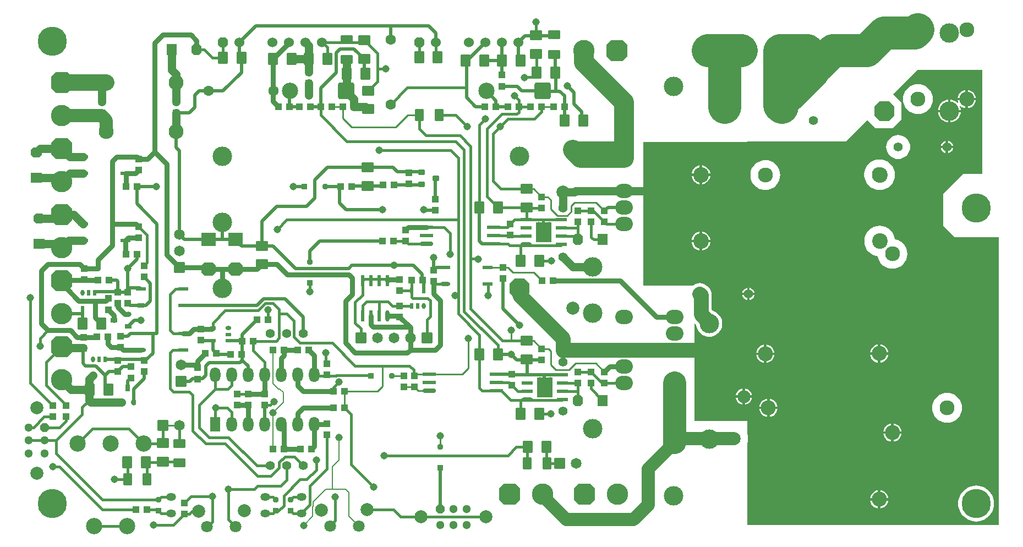
<source format=gbr>
%TF.GenerationSoftware,Altium Limited,Altium Designer,21.3.2 (30)*%
G04 Layer_Physical_Order=2*
G04 Layer_Color=16711680*
%FSLAX26Y26*%
%MOIN*%
%TF.SameCoordinates,53465ED1-0DC7-484A-8DCD-68ECABD516C6*%
%TF.FilePolarity,Positive*%
%TF.FileFunction,Copper,L2,Bot,Signal*%
%TF.Part,Single*%
G01*
G75*
%TA.AperFunction,Conductor*%
%ADD11C,0.010000*%
%ADD12C,0.050000*%
%ADD13C,0.020000*%
%ADD14C,0.080000*%
%ADD15C,0.015000*%
%ADD16C,0.120000*%
%ADD18C,0.200000*%
%ADD19C,0.030000*%
%TA.AperFunction,ComponentPad*%
G04:AMPARAMS|DCode=21|XSize=51.181mil|YSize=51.181mil|CornerRadius=0mil|HoleSize=0mil|Usage=FLASHONLY|Rotation=0.000|XOffset=0mil|YOffset=0mil|HoleType=Round|Shape=Octagon|*
%AMOCTAGOND21*
4,1,8,0.025591,-0.012795,0.025591,0.012795,0.012795,0.025591,-0.012795,0.025591,-0.025591,0.012795,-0.025591,-0.012795,-0.012795,-0.025591,0.012795,-0.025591,0.025591,-0.012795,0.0*
%
%ADD21OCTAGOND21*%

%ADD22C,0.051181*%
%ADD23C,0.078740*%
G04:AMPARAMS|DCode=24|XSize=51.181mil|YSize=51.181mil|CornerRadius=0mil|HoleSize=0mil|Usage=FLASHONLY|Rotation=270.000|XOffset=0mil|YOffset=0mil|HoleType=Round|Shape=Octagon|*
%AMOCTAGOND24*
4,1,8,-0.012795,-0.025591,0.012795,-0.025591,0.025591,-0.012795,0.025591,0.012795,0.012795,0.025591,-0.012795,0.025591,-0.025591,0.012795,-0.025591,-0.012795,-0.012795,-0.025591,0.0*
%
%ADD24OCTAGOND24*%

%ADD25C,0.055118*%
%ADD26C,0.118110*%
%ADD27C,0.129921*%
G04:AMPARAMS|DCode=28|XSize=129.921mil|YSize=129.921mil|CornerRadius=0mil|HoleSize=0mil|Usage=FLASHONLY|Rotation=0.000|XOffset=0mil|YOffset=0mil|HoleType=Round|Shape=Octagon|*
%AMOCTAGOND28*
4,1,8,0.064961,-0.032480,0.064961,0.032480,0.032480,0.064961,-0.032480,0.064961,-0.064961,0.032480,-0.064961,-0.032480,-0.032480,-0.064961,0.032480,-0.064961,0.064961,-0.032480,0.0*
%
%ADD28OCTAGOND28*%

%ADD29O,0.106299X0.088189*%
%ADD30C,0.090551*%
%ADD31C,0.070866*%
%ADD32C,0.060000*%
G04:AMPARAMS|DCode=33|XSize=60mil|YSize=60mil|CornerRadius=0mil|HoleSize=0mil|Usage=FLASHONLY|Rotation=0.000|XOffset=0mil|YOffset=0mil|HoleType=Round|Shape=Octagon|*
%AMOCTAGOND33*
4,1,8,0.030000,-0.015000,0.030000,0.015000,0.015000,0.030000,-0.015000,0.030000,-0.030000,0.015000,-0.030000,-0.015000,-0.015000,-0.030000,0.015000,-0.030000,0.030000,-0.015000,0.0*
%
%ADD33OCTAGOND33*%

%ADD34C,0.065000*%
G04:AMPARAMS|DCode=35|XSize=65mil|YSize=65mil|CornerRadius=3.25mil|HoleSize=0mil|Usage=FLASHONLY|Rotation=180.000|XOffset=0mil|YOffset=0mil|HoleType=Round|Shape=RoundedRectangle|*
%AMROUNDEDRECTD35*
21,1,0.065000,0.058500,0,0,180.0*
21,1,0.058500,0.065000,0,0,180.0*
1,1,0.006500,-0.029250,0.029250*
1,1,0.006500,0.029250,0.029250*
1,1,0.006500,0.029250,-0.029250*
1,1,0.006500,-0.029250,-0.029250*
%
%ADD35ROUNDEDRECTD35*%
G04:AMPARAMS|DCode=36|XSize=118.11mil|YSize=118.11mil|CornerRadius=0mil|HoleSize=0mil|Usage=FLASHONLY|Rotation=270.000|XOffset=0mil|YOffset=0mil|HoleType=Round|Shape=Octagon|*
%AMOCTAGOND36*
4,1,8,-0.029527,-0.059055,0.029527,-0.059055,0.059055,-0.029528,0.059055,0.029528,0.029527,0.059055,-0.029527,0.059055,-0.059055,0.029528,-0.059055,-0.029528,-0.029527,-0.059055,0.0*
%
%ADD36OCTAGOND36*%

G04:AMPARAMS|DCode=37|XSize=65mil|YSize=65mil|CornerRadius=3.25mil|HoleSize=0mil|Usage=FLASHONLY|Rotation=90.000|XOffset=0mil|YOffset=0mil|HoleType=Round|Shape=RoundedRectangle|*
%AMROUNDEDRECTD37*
21,1,0.065000,0.058500,0,0,90.0*
21,1,0.058500,0.065000,0,0,90.0*
1,1,0.006500,0.029250,0.029250*
1,1,0.006500,0.029250,-0.029250*
1,1,0.006500,-0.029250,-0.029250*
1,1,0.006500,-0.029250,0.029250*
%
%ADD37ROUNDEDRECTD37*%
%ADD38C,0.098425*%
G04:AMPARAMS|DCode=39|XSize=98.425mil|YSize=98.425mil|CornerRadius=9.842mil|HoleSize=0mil|Usage=FLASHONLY|Rotation=0.000|XOffset=0mil|YOffset=0mil|HoleType=Round|Shape=RoundedRectangle|*
%AMROUNDEDRECTD39*
21,1,0.098425,0.078740,0,0,0.0*
21,1,0.078740,0.098425,0,0,0.0*
1,1,0.019685,0.039370,-0.039370*
1,1,0.019685,-0.039370,-0.039370*
1,1,0.019685,-0.039370,0.039370*
1,1,0.019685,0.039370,0.039370*
%
%ADD39ROUNDEDRECTD39*%
%ADD40C,0.062992*%
G04:AMPARAMS|DCode=41|XSize=118.11mil|YSize=118.11mil|CornerRadius=0mil|HoleSize=0mil|Usage=FLASHONLY|Rotation=180.000|XOffset=0mil|YOffset=0mil|HoleType=Round|Shape=Octagon|*
%AMOCTAGOND41*
4,1,8,-0.059055,0.029527,-0.059055,-0.029527,-0.029528,-0.059055,0.029528,-0.059055,0.059055,-0.029527,0.059055,0.029527,0.029528,0.059055,-0.029528,0.059055,-0.059055,0.029527,0.0*
%
%ADD41OCTAGOND41*%

G04:AMPARAMS|DCode=42|XSize=129.921mil|YSize=129.921mil|CornerRadius=0mil|HoleSize=0mil|Usage=FLASHONLY|Rotation=270.000|XOffset=0mil|YOffset=0mil|HoleType=Round|Shape=Octagon|*
%AMOCTAGOND42*
4,1,8,-0.032480,-0.064961,0.032480,-0.064961,0.064961,-0.032480,0.064961,0.032480,0.032480,0.064961,-0.032480,0.064961,-0.064961,0.032480,-0.064961,-0.032480,-0.032480,-0.064961,0.0*
%
%ADD42OCTAGOND42*%

%ADD43C,0.094488*%
%ADD44O,0.059055X0.047244*%
%ADD45O,0.064000X0.090000*%
%ADD46R,0.064000X0.090000*%
%TA.AperFunction,WasherPad*%
%ADD47C,0.177165*%
%TA.AperFunction,ViaPad*%
%ADD48C,0.118110*%
%ADD49C,0.045000*%
%ADD50C,0.025984*%
%TA.AperFunction,SMDPad,CuDef*%
G04:AMPARAMS|DCode=51|XSize=40mil|YSize=40mil|CornerRadius=3mil|HoleSize=0mil|Usage=FLASHONLY|Rotation=0.000|XOffset=0mil|YOffset=0mil|HoleType=Round|Shape=RoundedRectangle|*
%AMROUNDEDRECTD51*
21,1,0.040000,0.034000,0,0,0.0*
21,1,0.034000,0.040000,0,0,0.0*
1,1,0.006000,0.017000,-0.017000*
1,1,0.006000,-0.017000,-0.017000*
1,1,0.006000,-0.017000,0.017000*
1,1,0.006000,0.017000,0.017000*
%
%ADD51ROUNDEDRECTD51*%
G04:AMPARAMS|DCode=52|XSize=35.433mil|YSize=35.433mil|CornerRadius=0mil|HoleSize=0mil|Usage=FLASHONLY|Rotation=0.000|XOffset=0mil|YOffset=0mil|HoleType=Round|Shape=Octagon|*
%AMOCTAGOND52*
4,1,8,0.017717,-0.008858,0.017717,0.008858,0.008858,0.017717,-0.008858,0.017717,-0.017717,0.008858,-0.017717,-0.008858,-0.008858,-0.017717,0.008858,-0.017717,0.017717,-0.008858,0.0*
%
%ADD52OCTAGOND52*%

%ADD53R,0.035433X0.035433*%
G04:AMPARAMS|DCode=54|XSize=31.496mil|YSize=39.37mil|CornerRadius=4.724mil|HoleSize=0mil|Usage=FLASHONLY|Rotation=270.000|XOffset=0mil|YOffset=0mil|HoleType=Round|Shape=RoundedRectangle|*
%AMROUNDEDRECTD54*
21,1,0.031496,0.029921,0,0,270.0*
21,1,0.022047,0.039370,0,0,270.0*
1,1,0.009449,-0.014961,-0.011024*
1,1,0.009449,-0.014961,0.011024*
1,1,0.009449,0.014961,0.011024*
1,1,0.009449,0.014961,-0.011024*
%
%ADD54ROUNDEDRECTD54*%
%ADD55O,0.062992X0.023622*%
%ADD56R,0.062992X0.023622*%
G04:AMPARAMS|DCode=57|XSize=40mil|YSize=40mil|CornerRadius=3mil|HoleSize=0mil|Usage=FLASHONLY|Rotation=270.000|XOffset=0mil|YOffset=0mil|HoleType=Round|Shape=RoundedRectangle|*
%AMROUNDEDRECTD57*
21,1,0.040000,0.034000,0,0,270.0*
21,1,0.034000,0.040000,0,0,270.0*
1,1,0.006000,-0.017000,-0.017000*
1,1,0.006000,-0.017000,0.017000*
1,1,0.006000,0.017000,0.017000*
1,1,0.006000,0.017000,-0.017000*
%
%ADD57ROUNDEDRECTD57*%
G04:AMPARAMS|DCode=58|XSize=63mil|YSize=71mil|CornerRadius=4.725mil|HoleSize=0mil|Usage=FLASHONLY|Rotation=90.000|XOffset=0mil|YOffset=0mil|HoleType=Round|Shape=RoundedRectangle|*
%AMROUNDEDRECTD58*
21,1,0.063000,0.061550,0,0,90.0*
21,1,0.053550,0.071000,0,0,90.0*
1,1,0.009450,0.030775,0.026775*
1,1,0.009450,0.030775,-0.026775*
1,1,0.009450,-0.030775,-0.026775*
1,1,0.009450,-0.030775,0.026775*
%
%ADD58ROUNDEDRECTD58*%
%ADD59R,0.035433X0.035433*%
G04:AMPARAMS|DCode=60|XSize=35.433mil|YSize=35.433mil|CornerRadius=0mil|HoleSize=0mil|Usage=FLASHONLY|Rotation=270.000|XOffset=0mil|YOffset=0mil|HoleType=Round|Shape=Octagon|*
%AMOCTAGOND60*
4,1,8,-0.008858,-0.017717,0.008858,-0.017717,0.017717,-0.008858,0.017717,0.008858,0.008858,0.017717,-0.008858,0.017717,-0.017717,0.008858,-0.017717,-0.008858,-0.008858,-0.017717,0.0*
%
%ADD60OCTAGOND60*%

%ADD61R,0.040000X0.030000*%
%ADD62O,0.040000X0.030000*%
%ADD63R,0.030000X0.040000*%
%ADD64O,0.030000X0.040000*%
%ADD65O,0.023622X0.035433*%
%ADD66R,0.023622X0.035433*%
%ADD67O,0.068898X0.023622*%
%ADD68R,0.068898X0.023622*%
%ADD69R,0.094488X0.122047*%
G04:AMPARAMS|DCode=70|XSize=23.622mil|YSize=80.709mil|CornerRadius=0mil|HoleSize=0mil|Usage=FLASHONLY|Rotation=270.000|XOffset=0mil|YOffset=0mil|HoleType=Round|Shape=Octagon|*
%AMOCTAGOND70*
4,1,8,0.040354,0.005906,0.040354,-0.005906,0.034449,-0.011811,-0.034449,-0.011811,-0.040354,-0.005906,-0.040354,0.005906,-0.034449,0.011811,0.034449,0.011811,0.040354,0.005906,0.0*
%
%ADD70OCTAGOND70*%

%ADD71R,0.080709X0.023622*%
%ADD72R,0.023622X0.068898*%
%ADD73O,0.023622X0.068898*%
G04:AMPARAMS|DCode=74|XSize=63mil|YSize=71mil|CornerRadius=4.725mil|HoleSize=0mil|Usage=FLASHONLY|Rotation=0.000|XOffset=0mil|YOffset=0mil|HoleType=Round|Shape=RoundedRectangle|*
%AMROUNDEDRECTD74*
21,1,0.063000,0.061550,0,0,0.0*
21,1,0.053550,0.071000,0,0,0.0*
1,1,0.009450,0.026775,-0.030775*
1,1,0.009450,-0.026775,-0.030775*
1,1,0.009450,-0.026775,0.030775*
1,1,0.009450,0.026775,0.030775*
%
%ADD74ROUNDEDRECTD74*%
%ADD75R,0.086614X0.080709*%
G04:AMPARAMS|DCode=76|XSize=86.614mil|YSize=80.709mil|CornerRadius=0mil|HoleSize=0mil|Usage=FLASHONLY|Rotation=0.000|XOffset=0mil|YOffset=0mil|HoleType=Round|Shape=Octagon|*
%AMOCTAGOND76*
4,1,8,0.043307,-0.020177,0.043307,0.020177,0.023130,0.040354,-0.023130,0.040354,-0.043307,0.020177,-0.043307,-0.020177,-0.023130,-0.040354,0.023130,-0.040354,0.043307,-0.020177,0.0*
%
%ADD76OCTAGOND76*%

%ADD77R,0.066929X0.062992*%
G04:AMPARAMS|DCode=78|XSize=66.929mil|YSize=62.992mil|CornerRadius=0mil|HoleSize=0mil|Usage=FLASHONLY|Rotation=0.000|XOffset=0mil|YOffset=0mil|HoleType=Round|Shape=Octagon|*
%AMOCTAGOND78*
4,1,8,0.033465,-0.015748,0.033465,0.015748,0.017717,0.031496,-0.017717,0.031496,-0.033465,0.015748,-0.033465,-0.015748,-0.017717,-0.031496,0.017717,-0.031496,0.033465,-0.015748,0.0*
%
%ADD78OCTAGOND78*%

G04:AMPARAMS|DCode=79|XSize=66.929mil|YSize=62.992mil|CornerRadius=0mil|HoleSize=0mil|Usage=FLASHONLY|Rotation=270.000|XOffset=0mil|YOffset=0mil|HoleType=Round|Shape=Octagon|*
%AMOCTAGOND79*
4,1,8,-0.015748,-0.033465,0.015748,-0.033465,0.031496,-0.017717,0.031496,0.017717,0.015748,0.033465,-0.015748,0.033465,-0.031496,0.017717,-0.031496,-0.017717,-0.015748,-0.033465,0.0*
%
%ADD79OCTAGOND79*%

%ADD80R,0.062992X0.066929*%
G04:AMPARAMS|DCode=81|XSize=35.433mil|YSize=33.465mil|CornerRadius=0mil|HoleSize=0mil|Usage=FLASHONLY|Rotation=0.000|XOffset=0mil|YOffset=0mil|HoleType=Round|Shape=Octagon|*
%AMOCTAGOND81*
4,1,8,0.017717,-0.008366,0.017717,0.008366,0.009351,0.016732,-0.009351,0.016732,-0.017717,0.008366,-0.017717,-0.008366,-0.009351,-0.016732,0.009351,-0.016732,0.017717,-0.008366,0.0*
%
%ADD81OCTAGOND81*%

%ADD82R,0.035433X0.033465*%
%ADD83R,0.035433X0.023622*%
%ADD84O,0.035433X0.023622*%
G04:AMPARAMS|DCode=85|XSize=55.118mil|YSize=70.866mil|CornerRadius=4.134mil|HoleSize=0mil|Usage=FLASHONLY|Rotation=90.000|XOffset=0mil|YOffset=0mil|HoleType=Round|Shape=RoundedRectangle|*
%AMROUNDEDRECTD85*
21,1,0.055118,0.062599,0,0,90.0*
21,1,0.046850,0.070866,0,0,90.0*
1,1,0.008268,0.031299,0.023425*
1,1,0.008268,0.031299,-0.023425*
1,1,0.008268,-0.031299,-0.023425*
1,1,0.008268,-0.031299,0.023425*
%
%ADD85ROUNDEDRECTD85*%
G04:AMPARAMS|DCode=86|XSize=55.118mil|YSize=70.866mil|CornerRadius=4.134mil|HoleSize=0mil|Usage=FLASHONLY|Rotation=0.000|XOffset=0mil|YOffset=0mil|HoleType=Round|Shape=RoundedRectangle|*
%AMROUNDEDRECTD86*
21,1,0.055118,0.062599,0,0,0.0*
21,1,0.046850,0.070866,0,0,0.0*
1,1,0.008268,0.023425,-0.031299*
1,1,0.008268,-0.023425,-0.031299*
1,1,0.008268,-0.023425,0.031299*
1,1,0.008268,0.023425,0.031299*
%
%ADD86ROUNDEDRECTD86*%
%TA.AperFunction,Conductor*%
%ADD87C,0.090000*%
%ADD88C,0.140000*%
%ADD89C,0.008000*%
%TA.AperFunction,NonConductor*%
%ADD90C,0.010000*%
%TA.AperFunction,Conductor*%
%ADD91C,0.100000*%
G36*
X7185039Y3996063D02*
X7066929Y3996063D01*
X6948819Y3877953D01*
X6948819Y3681102D01*
X7017717Y3612205D01*
X7283465Y3612205D01*
X7283465Y1870000D01*
X5760000D01*
Y2361398D01*
X5764243Y2375384D01*
X5765884Y2392047D01*
X5764243Y2408710D01*
X5760000Y2422696D01*
X5760000Y2500000D01*
X5440000D01*
Y3088705D01*
X5444619Y3090619D01*
X5450945Y3084293D01*
Y3082214D01*
X5453983Y3066941D01*
X5459942Y3052553D01*
X5468594Y3039605D01*
X5479605Y3028594D01*
X5492553Y3019942D01*
X5506940Y3013983D01*
X5522214Y3010945D01*
X5537786D01*
X5553060Y3013983D01*
X5567447Y3019942D01*
X5580395Y3028594D01*
X5591406Y3039605D01*
X5600058Y3052553D01*
X5606017Y3066941D01*
X5609055Y3082214D01*
Y3097786D01*
X5606017Y3113059D01*
X5600058Y3127447D01*
X5591406Y3140395D01*
X5580395Y3151406D01*
X5567447Y3160058D01*
X5554594Y3165381D01*
X5545315Y3174661D01*
Y3262362D01*
X5544060Y3275104D01*
X5540343Y3287357D01*
X5534307Y3298649D01*
X5526184Y3308546D01*
X5518547Y3316184D01*
X5513897Y3320000D01*
X5508649Y3324307D01*
X5497357Y3330343D01*
X5485104Y3334059D01*
X5472362Y3335314D01*
X5459620Y3334059D01*
X5447368Y3330343D01*
X5436075Y3324307D01*
X5430827Y3320000D01*
X5130000D01*
Y4190000D01*
X5760000D01*
Y4192913D01*
X6358268D01*
X6489065Y4323711D01*
X6539272Y4273504D01*
X6643327D01*
X6695354Y4325531D01*
Y4429587D01*
X6645148Y4479793D01*
X6692913Y4527559D01*
X6791339Y4625984D01*
X7185039D01*
X7185039Y3996063D01*
D02*
G37*
%LPC*%
G36*
X7097500Y4504765D02*
Y4457500D01*
X7144765D01*
X7143853Y4464430D01*
X7138283Y4477876D01*
X7129423Y4489423D01*
X7117876Y4498283D01*
X7104430Y4503853D01*
X7097500Y4504765D01*
D02*
G37*
G36*
X7082500D02*
X7075570Y4503853D01*
X7062124Y4498283D01*
X7050577Y4489423D01*
X7041717Y4477876D01*
X7036147Y4464430D01*
X7035235Y4457500D01*
X7082500D01*
Y4504765D01*
D02*
G37*
G36*
X7144765Y4442500D02*
X7097500D01*
Y4395235D01*
X7104430Y4396147D01*
X7117876Y4401717D01*
X7129423Y4410577D01*
X7138283Y4422124D01*
X7143853Y4435570D01*
X7144765Y4442500D01*
D02*
G37*
G36*
X6992500Y4446209D02*
Y4385059D01*
X7053650D01*
X7053056Y4391096D01*
X7049107Y4404113D01*
X7047939Y4406299D01*
X7051840Y4409608D01*
X7062124Y4401717D01*
X7075570Y4396147D01*
X7082500Y4395235D01*
Y4442500D01*
X7035235D01*
X7036147Y4435570D01*
X7039158Y4428301D01*
X7034823Y4425702D01*
X7034066Y4426625D01*
X7023551Y4435254D01*
X7011554Y4441666D01*
X6998537Y4445615D01*
X6992500Y4446209D01*
D02*
G37*
G36*
X6977500D02*
X6971463Y4445615D01*
X6958446Y4441666D01*
X6946449Y4435254D01*
X6935934Y4426625D01*
X6927305Y4416110D01*
X6920893Y4404113D01*
X6916944Y4391096D01*
X6916350Y4385059D01*
X6977500D01*
Y4446209D01*
D02*
G37*
G36*
X6794724Y4540712D02*
X6777027Y4538969D01*
X6760010Y4533807D01*
X6744327Y4525425D01*
X6730581Y4514143D01*
X6719300Y4500397D01*
X6710917Y4484714D01*
X6705755Y4467697D01*
X6704012Y4450000D01*
X6705755Y4432303D01*
X6710917Y4415286D01*
X6719300Y4399603D01*
X6730581Y4385857D01*
X6744327Y4374575D01*
X6760010Y4366193D01*
X6777027Y4361031D01*
X6794724Y4359288D01*
X6812422Y4361031D01*
X6829439Y4366193D01*
X6845122Y4374575D01*
X6858868Y4385857D01*
X6870149Y4399603D01*
X6878532Y4415286D01*
X6883694Y4432303D01*
X6885437Y4450000D01*
X6883694Y4467697D01*
X6878532Y4484714D01*
X6870149Y4500397D01*
X6858868Y4514143D01*
X6845122Y4525425D01*
X6829439Y4533807D01*
X6812422Y4538969D01*
X6794724Y4540712D01*
D02*
G37*
G36*
X6977500Y4370059D02*
X6916350D01*
X6916944Y4364022D01*
X6920893Y4351005D01*
X6927305Y4339008D01*
X6935934Y4328493D01*
X6946449Y4319864D01*
X6958446Y4313452D01*
X6971463Y4309503D01*
X6977500Y4308908D01*
Y4370059D01*
D02*
G37*
G36*
X7053650D02*
X6992500D01*
Y4308908D01*
X6998537Y4309503D01*
X7011554Y4313452D01*
X7023551Y4319864D01*
X7034066Y4328493D01*
X7042695Y4339008D01*
X7049107Y4351005D01*
X7053056Y4364022D01*
X7053650Y4370059D01*
D02*
G37*
G36*
X6977500Y4196896D02*
Y4167500D01*
X7006896D01*
X7006592Y4169805D01*
X7002808Y4178942D01*
X6996787Y4186787D01*
X6988942Y4192808D01*
X6979805Y4196592D01*
X6977500Y4196896D01*
D02*
G37*
G36*
X6962500D02*
X6960195Y4196592D01*
X6951058Y4192808D01*
X6943213Y4186787D01*
X6937192Y4178942D01*
X6933408Y4169805D01*
X6933104Y4167500D01*
X6962500D01*
Y4196896D01*
D02*
G37*
G36*
X7006896Y4152500D02*
X6977500D01*
Y4123104D01*
X6979805Y4123408D01*
X6988942Y4127192D01*
X6996787Y4133213D01*
X7002808Y4141058D01*
X7006592Y4150195D01*
X7006896Y4152500D01*
D02*
G37*
G36*
X6962500D02*
X6933104D01*
X6933408Y4150195D01*
X6937192Y4141058D01*
X6943213Y4133213D01*
X6951058Y4127192D01*
X6960195Y4123408D01*
X6962500Y4123104D01*
Y4152500D01*
D02*
G37*
G36*
X6674724Y4232910D02*
X6660500Y4231509D01*
X6646823Y4227360D01*
X6634218Y4220623D01*
X6623169Y4211555D01*
X6614102Y4200507D01*
X6607364Y4187901D01*
X6603215Y4174224D01*
X6601814Y4160000D01*
X6603215Y4145776D01*
X6607364Y4132099D01*
X6614102Y4119493D01*
X6623169Y4108445D01*
X6634218Y4099377D01*
X6646823Y4092640D01*
X6660500Y4088491D01*
X6674724Y4087090D01*
X6688949Y4088491D01*
X6702626Y4092640D01*
X6715231Y4099377D01*
X6726280Y4108445D01*
X6735347Y4119493D01*
X6742084Y4132099D01*
X6746234Y4145776D01*
X6747635Y4160000D01*
X6746234Y4174224D01*
X6742084Y4187901D01*
X6735347Y4200507D01*
X6726280Y4211555D01*
X6715231Y4220623D01*
X6702626Y4227360D01*
X6688949Y4231509D01*
X6674724Y4232910D01*
D02*
G37*
G36*
X5487536Y4048819D02*
X5487500D01*
Y3999075D01*
X5537244D01*
Y3999111D01*
X5533343Y4013670D01*
X5525807Y4026724D01*
X5515149Y4037381D01*
X5502095Y4044918D01*
X5487536Y4048819D01*
D02*
G37*
G36*
X5472500D02*
X5472464D01*
X5457905Y4044918D01*
X5444851Y4037381D01*
X5434193Y4026724D01*
X5426657Y4013670D01*
X5422756Y3999111D01*
Y3999075D01*
X5472500D01*
Y4048819D01*
D02*
G37*
G36*
X5537244Y3984075D02*
X5487500D01*
Y3934331D01*
X5487536D01*
X5502095Y3938232D01*
X5515149Y3945768D01*
X5525807Y3956426D01*
X5533343Y3969479D01*
X5537244Y3984039D01*
Y3984075D01*
D02*
G37*
G36*
X5472500D02*
X5422756D01*
Y3984039D01*
X5426657Y3969479D01*
X5434193Y3956426D01*
X5444851Y3945768D01*
X5457905Y3938232D01*
X5472464Y3934331D01*
X5472500D01*
Y3984075D01*
D02*
G37*
G36*
X5874435Y4080276D02*
X5865565D01*
X5856738Y4079406D01*
X5848039Y4077676D01*
X5839550Y4075101D01*
X5831356Y4071707D01*
X5823533Y4067525D01*
X5816158Y4062597D01*
X5809302Y4056971D01*
X5803029Y4050698D01*
X5797403Y4043842D01*
X5792475Y4036467D01*
X5788293Y4028644D01*
X5784899Y4020450D01*
X5782324Y4011961D01*
X5780594Y4003262D01*
X5779724Y3994435D01*
Y3985565D01*
X5780594Y3976738D01*
X5782324Y3968039D01*
X5784899Y3959550D01*
X5788293Y3951356D01*
X5792475Y3943533D01*
X5797403Y3936158D01*
X5803029Y3929302D01*
X5809302Y3923029D01*
X5816158Y3917403D01*
X5823533Y3912475D01*
X5831356Y3908293D01*
X5839550Y3904899D01*
X5848039Y3902324D01*
X5856738Y3900594D01*
X5865565Y3899724D01*
X5874435D01*
X5883262Y3900594D01*
X5886135Y3901165D01*
X5886449Y3900908D01*
X5887697Y3901031D01*
X5904714Y3906193D01*
X5920397Y3914575D01*
X5934143Y3925857D01*
X5945425Y3939603D01*
X5953807Y3955286D01*
X5958969Y3972303D01*
X5960712Y3990000D01*
X5958969Y4007697D01*
X5953807Y4024714D01*
X5945425Y4040397D01*
X5934143Y4054143D01*
X5920397Y4065425D01*
X5904714Y4073807D01*
X5887697Y4078969D01*
X5886449Y4079092D01*
X5886135Y4078835D01*
X5883262Y4079406D01*
X5874435Y4080276D01*
D02*
G37*
G36*
X6560000Y4084964D02*
X6542303Y4083221D01*
X6525286Y4078059D01*
X6509603Y4069677D01*
X6495857Y4058395D01*
X6484575Y4044649D01*
X6476193Y4028966D01*
X6471031Y4011949D01*
X6469288Y3994252D01*
X6469431Y3992795D01*
X6469288Y3991339D01*
X6471031Y3973642D01*
X6476193Y3956624D01*
X6484575Y3940941D01*
X6495857Y3927195D01*
X6496851Y3926379D01*
X6497135Y3926033D01*
X6511181Y3914506D01*
X6527206Y3905940D01*
X6544594Y3900665D01*
X6562677Y3898884D01*
X6580760Y3900665D01*
X6598148Y3905940D01*
X6614173Y3914506D01*
X6628219Y3926033D01*
X6639747Y3940079D01*
X6648312Y3956104D01*
X6653587Y3973492D01*
X6655368Y3991575D01*
X6653587Y4009658D01*
X6648312Y4027046D01*
X6639747Y4043071D01*
X6628219Y4057117D01*
X6614173Y4068644D01*
X6598148Y4077210D01*
X6580760Y4082484D01*
X6579823Y4082577D01*
X6577697Y4083221D01*
X6560000Y4084964D01*
D02*
G37*
G36*
X5487536Y3647244D02*
X5487500D01*
Y3597500D01*
X5537244D01*
Y3597536D01*
X5533343Y3612095D01*
X5525807Y3625149D01*
X5515149Y3635807D01*
X5502095Y3643343D01*
X5487536Y3647244D01*
D02*
G37*
G36*
X5472500D02*
X5472464D01*
X5457905Y3643343D01*
X5444851Y3635807D01*
X5434193Y3625149D01*
X5426657Y3612095D01*
X5422756Y3597536D01*
Y3597500D01*
X5472500D01*
Y3647244D01*
D02*
G37*
G36*
X5537244Y3582500D02*
X5487500D01*
Y3532756D01*
X5487536D01*
X5502095Y3536657D01*
X5515149Y3544193D01*
X5525807Y3554851D01*
X5533343Y3567905D01*
X5537244Y3582464D01*
Y3582500D01*
D02*
G37*
G36*
X5472500D02*
X5422756D01*
Y3582464D01*
X5426657Y3567905D01*
X5434193Y3554851D01*
X5444851Y3544193D01*
X5457905Y3536657D01*
X5472464Y3532756D01*
X5472500D01*
Y3582500D01*
D02*
G37*
G36*
X6562677Y3682690D02*
X6544594Y3680909D01*
X6527206Y3675635D01*
X6511181Y3667069D01*
X6497135Y3655542D01*
X6485608Y3641496D01*
X6477042Y3625471D01*
X6471768Y3608083D01*
X6469987Y3590000D01*
X6471768Y3571917D01*
X6477042Y3554529D01*
X6485608Y3538504D01*
X6497135Y3524458D01*
X6511181Y3512931D01*
X6527206Y3504365D01*
X6544594Y3499091D01*
X6550685Y3498491D01*
X6551031Y3494980D01*
X6556193Y3477963D01*
X6564575Y3462280D01*
X6575857Y3448534D01*
X6589603Y3437253D01*
X6605286Y3428870D01*
X6622303Y3423708D01*
X6640000Y3421965D01*
X6657697Y3423708D01*
X6674714Y3428870D01*
X6690397Y3437253D01*
X6704143Y3448534D01*
X6715425Y3462280D01*
X6723807Y3477963D01*
X6728969Y3494980D01*
X6730712Y3512677D01*
X6728969Y3530374D01*
X6723807Y3547391D01*
X6715425Y3563074D01*
X6704143Y3576821D01*
X6690397Y3588102D01*
X6674714Y3596485D01*
X6657697Y3601647D01*
X6654186Y3601992D01*
X6653587Y3608083D01*
X6648312Y3625471D01*
X6639747Y3641496D01*
X6628219Y3655542D01*
X6614173Y3667069D01*
X6598148Y3675635D01*
X6580760Y3680909D01*
X6562677Y3682690D01*
D02*
G37*
G36*
X5775138Y3306874D02*
Y3277500D01*
X5804533D01*
X5804230Y3279805D01*
X5800445Y3288942D01*
X5795165Y3295823D01*
X5795000Y3295754D01*
X5792456Y3298299D01*
X5788549Y3301296D01*
X5784285Y3303758D01*
X5779737Y3305642D01*
X5775138Y3306874D01*
D02*
G37*
G36*
X5760138D02*
X5753141Y3304999D01*
X5744576Y3300055D01*
X5737583Y3293062D01*
X5732638Y3284497D01*
X5730764Y3277500D01*
X5760138D01*
Y3306874D01*
D02*
G37*
G36*
X5804533Y3262500D02*
X5775138D01*
Y3233126D01*
X5779737Y3234358D01*
X5784285Y3236242D01*
X5788549Y3238704D01*
X5792456Y3241701D01*
X5795000Y3244246D01*
X5795165Y3244177D01*
X5800445Y3251058D01*
X5804230Y3260195D01*
X5804533Y3262500D01*
D02*
G37*
G36*
X5760138D02*
X5730764D01*
X5732638Y3255503D01*
X5737583Y3246938D01*
X5744576Y3239945D01*
X5753141Y3235001D01*
X5760138Y3233126D01*
Y3262500D01*
D02*
G37*
G36*
X6567500Y2963427D02*
Y2916161D01*
X6614765D01*
X6613853Y2923091D01*
X6608283Y2936538D01*
X6599423Y2948084D01*
X6587876Y2956945D01*
X6574430Y2962514D01*
X6567500Y2963427D01*
D02*
G37*
G36*
X6552500D02*
X6545570Y2962514D01*
X6532124Y2956945D01*
X6520577Y2948084D01*
X6511717Y2936538D01*
X6506147Y2923091D01*
X6505235Y2916161D01*
X6552500D01*
Y2963427D01*
D02*
G37*
G36*
X5877500Y2962088D02*
Y2914823D01*
X5924765D01*
X5923853Y2921753D01*
X5918283Y2935199D01*
X5909423Y2946746D01*
X5897876Y2955606D01*
X5884430Y2961176D01*
X5877500Y2962088D01*
D02*
G37*
G36*
X5862500D02*
X5855570Y2961176D01*
X5842124Y2955606D01*
X5830577Y2946746D01*
X5821717Y2935199D01*
X5816147Y2921753D01*
X5815235Y2914823D01*
X5862500D01*
Y2962088D01*
D02*
G37*
G36*
X6614765Y2901161D02*
X6567500D01*
Y2853896D01*
X6574430Y2854809D01*
X6587876Y2860378D01*
X6599423Y2869238D01*
X6608283Y2880785D01*
X6613853Y2894232D01*
X6614765Y2901161D01*
D02*
G37*
G36*
X6552500D02*
X6505235D01*
X6506147Y2894232D01*
X6511717Y2880785D01*
X6520577Y2869238D01*
X6532124Y2860378D01*
X6545570Y2854809D01*
X6552500Y2853896D01*
Y2901161D01*
D02*
G37*
G36*
X5924765Y2899823D02*
X5877500D01*
Y2852558D01*
X5884430Y2853470D01*
X5897876Y2859040D01*
X5909423Y2867900D01*
X5918283Y2879447D01*
X5923853Y2892893D01*
X5924765Y2899823D01*
D02*
G37*
G36*
X5862500D02*
X5815235D01*
X5816147Y2892893D01*
X5821717Y2879447D01*
X5830577Y2867900D01*
X5842124Y2859040D01*
X5855570Y2853470D01*
X5862500Y2852558D01*
Y2899823D01*
D02*
G37*
G36*
X5747028Y2697055D02*
Y2655453D01*
X5788336D01*
X5788053Y2657605D01*
X5786378Y2663856D01*
X5783901Y2669835D01*
X5780665Y2675440D01*
X5776726Y2680574D01*
X5772149Y2685151D01*
X5767015Y2689090D01*
X5761410Y2692327D01*
X5760000Y2692911D01*
Y2693141D01*
X5758584Y2693958D01*
X5747028Y2697055D01*
D02*
G37*
G36*
X5732028D02*
X5720471Y2693958D01*
X5709214Y2687459D01*
X5700022Y2678267D01*
X5693522Y2667009D01*
X5690426Y2655453D01*
X5732028D01*
Y2697055D01*
D02*
G37*
G36*
X5788336Y2640453D02*
X5747028D01*
Y2598851D01*
X5758584Y2601947D01*
X5760000Y2602765D01*
Y2602995D01*
X5761410Y2603579D01*
X5767015Y2606815D01*
X5772149Y2610754D01*
X5776726Y2615331D01*
X5780665Y2620465D01*
X5783901Y2626070D01*
X5786378Y2632049D01*
X5788053Y2638300D01*
X5788336Y2640453D01*
D02*
G37*
G36*
X5732028D02*
X5690426D01*
X5693522Y2628897D01*
X5700022Y2617639D01*
X5709214Y2608447D01*
X5720471Y2601947D01*
X5732028Y2598851D01*
Y2640453D01*
D02*
G37*
G36*
X5896162Y2634765D02*
Y2587500D01*
X5943427D01*
X5942514Y2594430D01*
X5936945Y2607876D01*
X5928084Y2619423D01*
X5916538Y2628283D01*
X5903091Y2633853D01*
X5896162Y2634765D01*
D02*
G37*
G36*
X5881162Y2634765D02*
X5874232Y2633853D01*
X5860785Y2628283D01*
X5849238Y2619423D01*
X5840378Y2607876D01*
X5834809Y2594430D01*
X5833896Y2587500D01*
X5881162D01*
Y2634765D01*
D02*
G37*
G36*
X5943427Y2572500D02*
X5896162D01*
Y2525235D01*
X5903091Y2526147D01*
X5916538Y2531717D01*
X5928084Y2540577D01*
X5936945Y2552124D01*
X5942514Y2565570D01*
X5943427Y2572500D01*
D02*
G37*
G36*
X5881162D02*
X5833896D01*
X5834809Y2565570D01*
X5840378Y2552124D01*
X5849238Y2540577D01*
X5860785Y2531717D01*
X5874232Y2526147D01*
X5881162Y2525235D01*
Y2572500D01*
D02*
G37*
G36*
X6971339Y2670712D02*
X6953641Y2668969D01*
X6936624Y2663807D01*
X6920941Y2655425D01*
X6907195Y2644143D01*
X6895914Y2630397D01*
X6887531Y2614714D01*
X6882369Y2597697D01*
X6880626Y2580000D01*
X6882369Y2562303D01*
X6887531Y2545286D01*
X6895914Y2529603D01*
X6907195Y2515857D01*
X6920941Y2504575D01*
X6936624Y2496193D01*
X6953641Y2491031D01*
X6971339Y2489288D01*
X6989036Y2491031D01*
X7006053Y2496193D01*
X7021736Y2504575D01*
X7035482Y2515857D01*
X7046763Y2529603D01*
X7055146Y2545286D01*
X7060308Y2562303D01*
X7062051Y2580000D01*
X7060308Y2597697D01*
X7055146Y2614714D01*
X7046763Y2630397D01*
X7035482Y2644143D01*
X7021736Y2655425D01*
X7006053Y2663807D01*
X6989036Y2668969D01*
X6971339Y2670712D01*
D02*
G37*
G36*
X6647500Y2484765D02*
Y2437500D01*
X6694765D01*
X6693853Y2444430D01*
X6688283Y2457876D01*
X6679423Y2469423D01*
X6667876Y2478283D01*
X6654430Y2483853D01*
X6647500Y2484765D01*
D02*
G37*
G36*
X6632500D02*
X6625570Y2483853D01*
X6612124Y2478283D01*
X6600577Y2469423D01*
X6591717Y2457876D01*
X6586147Y2444430D01*
X6585235Y2437500D01*
X6632500D01*
Y2484765D01*
D02*
G37*
G36*
X6694765Y2422500D02*
X6647500D01*
Y2375235D01*
X6654430Y2376147D01*
X6667876Y2381717D01*
X6679423Y2390577D01*
X6688283Y2402124D01*
X6693853Y2415570D01*
X6694765Y2422500D01*
D02*
G37*
G36*
X6632500D02*
X6585235D01*
X6586147Y2415570D01*
X6591717Y2402124D01*
X6600577Y2390577D01*
X6612124Y2381717D01*
X6625570Y2376147D01*
X6632500Y2375235D01*
Y2422500D01*
D02*
G37*
G36*
X6567500Y2080513D02*
Y2033248D01*
X6614765D01*
X6613853Y2040178D01*
X6608283Y2053624D01*
X6599423Y2065171D01*
X6587876Y2074031D01*
X6574430Y2079601D01*
X6567500Y2080513D01*
D02*
G37*
G36*
X6552500D02*
X6545570Y2079601D01*
X6532124Y2074031D01*
X6520577Y2065171D01*
X6511717Y2053624D01*
X6506147Y2040178D01*
X6505235Y2033248D01*
X6552500D01*
Y2080513D01*
D02*
G37*
G36*
X6614765Y2018248D02*
X6567500D01*
Y1970983D01*
X6574430Y1971895D01*
X6587876Y1977465D01*
X6599423Y1986325D01*
X6608283Y1997872D01*
X6613853Y2011318D01*
X6614765Y2018248D01*
D02*
G37*
G36*
X6552500D02*
X6505235D01*
X6506147Y2011318D01*
X6511717Y1997872D01*
X6520577Y1986325D01*
X6532124Y1977465D01*
X6545570Y1971895D01*
X6552500Y1970983D01*
Y2018248D01*
D02*
G37*
G36*
X7146850Y2108919D02*
X7129812Y2107577D01*
X7113193Y2103588D01*
X7097402Y2097047D01*
X7082830Y2088117D01*
X7069833Y2077017D01*
X7058734Y2064021D01*
X7049803Y2049448D01*
X7043263Y2033658D01*
X7039273Y2017039D01*
X7037932Y2000000D01*
X7039273Y1982961D01*
X7043263Y1966342D01*
X7049803Y1950552D01*
X7058734Y1935979D01*
X7069833Y1922983D01*
X7082830Y1911883D01*
X7097402Y1902953D01*
X7113193Y1896412D01*
X7129812Y1892422D01*
X7146850Y1891082D01*
X7163889Y1892422D01*
X7180508Y1896412D01*
X7196298Y1902953D01*
X7210871Y1911883D01*
X7223867Y1922983D01*
X7234967Y1935979D01*
X7243898Y1950552D01*
X7250438Y1966342D01*
X7254428Y1982961D01*
X7255769Y2000000D01*
X7254428Y2017039D01*
X7250438Y2033658D01*
X7243898Y2049448D01*
X7234967Y2064021D01*
X7223867Y2077017D01*
X7210871Y2088117D01*
X7196298Y2097047D01*
X7180508Y2103588D01*
X7163889Y2107577D01*
X7146850Y2108919D01*
D02*
G37*
%LPD*%
D11*
X3320000Y2580000D02*
Y2680000D01*
X3520000D01*
X3550000Y2710000D01*
Y2834055D01*
X3550591Y2834646D01*
X3608976Y2775000D02*
X3678465D01*
X3680000Y2773465D01*
Y2706535D02*
X3745000D01*
X3766535Y2685000D01*
X3834488D01*
Y2785000D02*
X3951564D01*
X3952421Y2784142D01*
X4034142D01*
X4070000Y2820000D01*
Y3000000D01*
X4330709Y2986000D02*
Y3051181D01*
X4425000Y2986000D02*
X4467465D01*
X4515000Y2938465D01*
X4556535D01*
X4570000Y2925000D01*
Y2840000D01*
X4600000Y2810000D01*
X4680000D01*
X4720000Y2850000D01*
X4843465D01*
X4895000Y2798465D01*
X4516535Y3350000D02*
X4466535Y3400000D01*
X4340000D01*
X4310000Y3430000D01*
X4280000D01*
X4187953D01*
X4570000Y3785000D02*
Y3840000D01*
X4551535Y3858465D01*
X4515000D01*
X4467465Y3906000D01*
X4425000D01*
X4570000Y3785000D02*
X4610000Y3745000D01*
X4670000D01*
X4695000Y3770000D01*
Y3805000D01*
X4715000Y3825000D01*
X4843632D01*
X4895167Y3773465D01*
X4586535Y4405000D02*
X4514485D01*
X3775945Y4355000D02*
X3705000D01*
X3630000Y4280000D01*
X3365000D01*
X3311535Y4333465D01*
Y4405000D01*
X3243465D01*
X3745000Y2773465D02*
X3756535Y2785000D01*
X3834488D01*
X3900000Y2410000D02*
Y2343976D01*
D12*
X1970472Y2614173D02*
X1784827D01*
X1774000Y2625000D01*
Y2690000D01*
Y2754157D01*
X1797598Y2777756D01*
X1774000Y2690000D02*
X1664016D01*
X1609016Y2745000D01*
X1736535Y2945000D02*
X1609016D01*
X1652480Y3595000D02*
X1737047D01*
X1652480D02*
X1607480Y3550000D01*
X1583268Y3574213D01*
X1470000D01*
X1583268Y3725787D02*
X1607480Y3750000D01*
X1682047D01*
X1737047Y3695000D01*
X1607480Y3950000D02*
X1657480Y4000000D01*
X1737047D01*
Y4100000D02*
X1657480D01*
X1607480Y4150000D01*
X1479213D01*
X1455000Y4125787D01*
Y3974213D02*
X1583268D01*
X1607480Y3950000D01*
X1583268Y3725787D02*
X1470000D01*
X1850000Y4433465D02*
Y4521260D01*
X1878740Y4550000D01*
X2300000Y4254724D02*
Y4366535D01*
Y4433465D02*
Y4550000D01*
Y4600000D01*
X2274213Y4625787D01*
Y4750000D01*
X3001000Y4695000D02*
X3104000D01*
X3105000Y4613465D02*
Y4775000D01*
X3085000Y4795000D01*
X3105000Y4546535D02*
Y4475000D01*
X3378465Y4405000D02*
X3449000D01*
X3465000Y4389000D01*
X3378465Y4451535D02*
X3330000Y4500000D01*
X3335000Y4505000D01*
Y4690945D01*
X3378465Y4451535D02*
Y4405000D01*
X4645000Y3495000D02*
X4705000Y3435000D01*
X4825000D01*
X4645000Y3790276D02*
Y3886575D01*
X4645472Y3887047D01*
X4713819D01*
X4721772Y3895000D01*
X5015000D01*
X5355000D01*
X5360000Y3900000D01*
D13*
X2045276Y2614173D02*
Y2694882D01*
X2106299Y2755905D01*
Y2801181D01*
X2330000Y2740000D02*
X2385669D01*
X2401575Y2755905D01*
X2460630D01*
X2480315Y2775591D01*
Y2834646D01*
X2500669Y2855000D01*
X2688071D01*
X2701535Y2868465D01*
X2736535Y2833465D01*
Y2780000D01*
X2836535Y2596535D02*
Y2480000D01*
X2701535Y2868465D02*
Y2985000D01*
Y3025000D01*
X2791535Y3115000D01*
X2789580Y3200000D02*
X2830505Y3240925D01*
X2959862D01*
X3070000Y3130787D01*
Y3030000D01*
X2789580Y3200000D02*
X2342953D01*
X2450000Y2991535D02*
X2453937Y2987599D01*
X2522756D01*
Y2930709D01*
X2543465Y2910000D01*
X2548465Y2905000D01*
X2631535D01*
X2698937Y2987599D02*
X2701535Y2985000D01*
X2698937Y2987599D02*
X2617244D01*
X3024803Y3425197D02*
X3346457D01*
X3365000Y3443740D01*
X3620000D01*
X3736260D01*
X3789528Y3390472D01*
Y3357677D01*
X3793465Y3353740D01*
X3802402Y3344803D01*
Y3290984D01*
X3860000Y3413465D02*
Y3490000D01*
X3876535Y3430000D02*
X3932047D01*
X3876535D02*
X3860000Y3413465D01*
X4139000Y3591000D02*
Y3795000D01*
Y3591000D02*
X4155000Y3575000D01*
X4222923D01*
X4280000Y3363071D02*
Y3180000D01*
X4380000Y3080000D01*
X4363465Y2871535D02*
X4427465D01*
X4428701Y2870299D01*
Y2780000D01*
X4530000D01*
X4641299D01*
X4515000Y2871535D02*
X4427465D01*
X4425000Y2874000D01*
X4363465Y2871535D02*
X4330000Y2905000D01*
X4251000D01*
X4240000Y2785000D02*
X4333465D01*
X4335000Y2783465D01*
X4338465Y2780000D01*
X4428701D01*
X4530000D02*
Y2710000D01*
X4535000Y2705000D01*
X3900000Y2216024D02*
X3901260Y2214764D01*
Y1969685D01*
X3902520Y1968425D01*
X3110000Y3463976D02*
Y3530000D01*
X3170000Y3590000D01*
X3551535D01*
X3800000Y3780000D02*
X3801732Y3778268D01*
X3868268D01*
X3870000Y3776535D01*
Y3843465D02*
X3871654Y3845118D01*
Y3968347D01*
X3873307Y3970000D01*
X3784724Y4005433D02*
X3780157Y4010000D01*
X3710000D01*
X3640000D01*
X3614000Y4036000D01*
X3460000D01*
X3216000D01*
X3140000Y3960000D01*
Y3850000D01*
X3090000Y3800000D01*
X2910000D01*
X2820000Y3710000D01*
Y3561000D01*
X2889000D01*
X3024803Y3425197D01*
X2820000Y3561000D02*
X2697583D01*
X2660000Y3598583D01*
X2585000D01*
X2580000Y3603583D01*
Y3705000D01*
X2585000Y3598583D02*
X2496447D01*
X2351417D01*
X2320000Y3630000D01*
Y4136693D01*
X2300000Y4156693D01*
Y4254724D01*
X2381535Y4366535D02*
X2415000Y4400000D01*
Y4475000D01*
X2440000Y4500000D01*
X2498150D01*
X2585000D01*
X2696000Y4611000D01*
Y4700000D01*
X2685000Y4711000D01*
Y4795000D01*
X2785000Y4895000D01*
X3600000D01*
X3830000D01*
X3875000Y4850000D01*
Y4795000D01*
X4060000Y4680000D02*
X4175000Y4795000D01*
X4275000D02*
Y4595455D01*
X4274000Y4685000D02*
X4167990D01*
X4180000Y4500000D02*
X4238465Y4441535D01*
Y4405000D01*
X4309545D01*
X4521990Y4498010D02*
X4600000D01*
X4624000D01*
X4653465Y4468545D01*
Y4405000D01*
X4653732Y4404732D01*
Y4320268D01*
X4654000Y4320000D01*
X4710000Y4420000D02*
X4756216Y4373784D01*
Y4329784D01*
X4766000Y4320000D01*
X4710000Y4490000D02*
Y4420000D01*
Y4490000D02*
X4670000Y4530000D01*
X4600000Y4498010D02*
Y4606000D01*
X4596000Y4610000D01*
Y4714945D01*
X4590000Y4720945D01*
Y4834055D02*
X4414055D01*
X4375000Y4795000D01*
Y4696000D01*
X4386000Y4685000D01*
X4366475Y4528525D02*
X4395000Y4500000D01*
X4520000D01*
X4521990Y4498010D01*
X4366475Y4528525D02*
X4275000D01*
X4171535Y4405000D02*
X4115000D01*
X4060000Y4460000D01*
Y4520000D01*
Y4680000D01*
X3600000Y4895000D02*
Y4811850D01*
X3440000Y4694000D02*
X3379000Y4755000D01*
X3295000D01*
X3270000Y4730000D01*
Y4610000D01*
X3176535Y4516535D01*
Y4405000D01*
X3113465D01*
X2988465Y4498465D02*
X2990000Y4500000D01*
X2988465Y4498465D02*
Y4405000D01*
X3046535D01*
X3076024Y3920000D02*
X3010000D01*
X3203976D02*
X3296535D01*
X3290000Y3913465D01*
Y3820000D01*
X3330000Y3780000D01*
X3550000D01*
X3551535Y3781535D01*
X3710000Y3931299D02*
X3785394D01*
X3786693Y3932598D01*
X3710000Y3931299D02*
X3621299D01*
X3620000Y3930000D01*
X3553071D02*
X3548071Y3925000D01*
X3368465D01*
X3363465Y3920000D01*
X3440000Y4611000D02*
X3446000Y4605000D01*
X3440000Y4611000D02*
Y4694000D01*
X2381535Y4366535D02*
X2300000D01*
X2063465Y3920000D02*
X2180000D01*
X2185039Y3694961D02*
X2063465Y3816535D01*
Y3920000D01*
X2185039Y3694961D02*
Y3030000D01*
X2160000D01*
X2087047D01*
X2025000D01*
X2008465Y3013465D01*
X1965000D01*
X2011811Y3072834D02*
X2049213Y3110236D01*
X2086614D01*
X2087047Y3200000D02*
X2117323D01*
X2145669Y3228347D01*
Y3332677D01*
X2106299Y3372047D01*
X2079961Y3307087D02*
X2087047Y3300000D01*
X2079961Y3307087D02*
X2007874D01*
Y3425197D01*
X2063465Y3480787D01*
Y3510000D01*
X2007874Y3307087D02*
Y3281496D01*
X1948819D01*
Y3282126D01*
Y3346457D01*
X1940276Y3355000D01*
X1893465D01*
X1815590Y3282126D02*
X1948819D01*
X2007874Y3214567D02*
X2022441Y3200000D01*
X2087047D01*
X2160000Y3030000D02*
Y2910000D01*
X2122244Y2872244D01*
X1872401D01*
X1815630Y2834528D02*
X1872401Y2777756D01*
X1895827Y2801181D01*
X1948819D01*
X1976378Y2828740D01*
X2027559D01*
Y2761811D02*
X2007874Y2742126D01*
Y2700787D01*
X1815630Y2834528D02*
X1784422D01*
X1784304Y2834646D01*
X1751968D01*
X1736535Y2850079D01*
Y2945000D01*
X1872401Y2777756D02*
Y2708599D01*
X1891000Y2690000D01*
X1735339Y3090551D02*
X1734252Y3091638D01*
Y3149606D01*
Y3181102D01*
Y3149606D02*
X1607874D01*
X1607480Y3150000D01*
X1809055Y3275591D02*
X1815590Y3282126D01*
X4895167Y3773465D02*
X4916703Y3795000D01*
X5015000D01*
D14*
X1878740Y4254724D02*
Y4321260D01*
X1850000Y4350000D01*
X1607480D01*
X4520000Y2047480D02*
X4664961Y1902520D01*
X5072520D01*
X5160000Y1990000D01*
Y2210000D01*
X5320000Y2370000D01*
X5342047Y2392047D01*
X5530000D01*
X5680472D01*
D15*
X1805000Y1865000D02*
X2005000D01*
X2165354Y1870079D02*
X2283543D01*
X2350000Y1936535D01*
X2381535D01*
X2398740Y1953740D01*
X2437205D01*
X2391535Y2045000D02*
X2520000D01*
Y1890866D01*
X2488386Y1859252D01*
X2618110Y1902756D02*
Y2086614D01*
X2775591D01*
X2795276Y2106299D01*
X2933071D01*
X2970000Y2143228D01*
Y2230000D01*
X2959742Y2283465D02*
X3016535D01*
X3070000Y2230000D01*
X2959742Y2283465D02*
X2924941Y2248664D01*
Y2216280D01*
X2874016Y2165354D01*
X2795276D01*
X2598425Y2362205D01*
X2480315D01*
X2401575Y2440945D01*
Y2657480D01*
X2381890Y2677165D01*
X2283465D01*
X2263780Y2696850D01*
Y2913386D01*
X2280394Y2930000D01*
X2342953D01*
Y3030000D02*
X2284961D01*
X2263780Y3051181D01*
Y3267716D01*
X2296063Y3300000D01*
X2342953D01*
X2125984Y3458662D02*
Y3627480D01*
X2075000Y3678465D01*
X2106299Y3438976D02*
X2125984Y3458662D01*
X2522756Y3093622D02*
X2598425Y3169291D01*
X2797762D01*
X2841896Y3213425D01*
X2888937D01*
X2924941Y3177421D01*
Y3149606D01*
X2972441D01*
X3015059Y3106988D01*
Y3008563D01*
X3051181Y2972441D01*
X3248032D01*
X3385827Y2834646D01*
X3550591D01*
X3715354D01*
X3740000Y2810000D01*
Y2778465D01*
X3745000Y2773465D01*
X3820000Y3003740D02*
Y3113740D01*
X3840000Y3133740D01*
Y3228740D01*
X3825000Y3243740D01*
X3735000D01*
X3726890Y3251850D01*
Y3290276D01*
X3727599Y3290984D01*
Y3352677D01*
X3726535Y3353740D01*
X3726890Y3290276D02*
X3655000D01*
X3580000Y3358740D02*
X3530000D01*
X3438701D01*
X3430000Y3350039D01*
Y3263740D01*
X3385000Y3218740D01*
Y3093740D01*
X3420000Y3058740D01*
Y3003740D01*
X3611535Y3197205D02*
X3655000D01*
X3655709Y3196496D01*
X3727599D01*
X3860000Y3346535D02*
X3876535Y3330000D01*
X3932047D01*
X4010000Y3150000D02*
Y3260000D01*
Y3720472D01*
Y4095000D01*
X3965000Y4140000D01*
X3530000D01*
X3600000Y4418150D02*
X3701850Y4520000D01*
X4060000D01*
X3995000Y4355000D02*
X4065000Y4285000D01*
X3995000Y4355000D02*
X3894055D01*
X4020000Y4230000D02*
X4085000Y4165000D01*
Y3484252D01*
X4125748D01*
X4130000Y3480000D01*
X4085000Y3484252D02*
Y3180000D01*
X4279000Y2986000D01*
X4330709D01*
X4425000D01*
X4251000Y2959000D02*
X4045000Y3165000D01*
Y4145000D01*
X3995000Y4195000D01*
X3335000D01*
X3176535Y4353465D01*
Y4405000D01*
X3465000Y4501000D02*
X3520000Y4556000D01*
Y4635000D01*
X3570000D01*
X3773000Y4705000D02*
X3775000Y4707000D01*
Y4795000D01*
X3875000Y4715000D02*
X3885000Y4705000D01*
X3875000Y4715000D02*
Y4795000D01*
X3775945Y4355000D02*
Y4269055D01*
X3815000Y4230000D01*
X4020000D01*
X4185000Y4270000D02*
X4275000Y4360000D01*
X4365000D01*
X4376475Y4371475D01*
Y4405000D01*
X4447555D01*
X4514485D02*
Y4374485D01*
X4470000Y4330000D01*
X4310000D01*
X4265000Y4285000D01*
X4220000Y4240000D01*
Y3955000D01*
X4269000Y3906000D01*
X4425000D01*
X4424000Y3795000D02*
X4425000Y3794000D01*
X4427465Y3791535D01*
X4515000D01*
X4525000Y3720000D02*
X4634803D01*
Y3670000D02*
X4735167D01*
Y3706535D01*
Y3773465D02*
X4815167D01*
X4828238D01*
X4895167Y3706535D01*
X4906703Y3695000D01*
X5015000D01*
X4885955Y3600000D02*
X4830000D01*
X4815167Y3614833D01*
Y3706535D01*
X4735167Y3670000D02*
Y3600787D01*
X4734380Y3600000D01*
X4714380Y3620000D01*
X4634803D01*
Y3570000D02*
X4629803Y3565000D01*
X4385000D01*
X4389000Y3561000D01*
Y3470000D01*
X4501000D02*
X4575000D01*
X4528504Y3672559D02*
X4525000Y3676063D01*
Y3720000D01*
X4422205D01*
X4425000Y3722795D01*
Y3794000D01*
X4424000Y3795000D02*
X4251000D01*
X4185000Y3861000D01*
Y4270000D01*
X4376475Y4405000D02*
Y4443525D01*
X4350000Y4470000D01*
X4460000Y4583363D02*
X4484000Y4607363D01*
Y4610000D01*
X4483010Y4610990D01*
Y4717010D01*
X4460000Y4583363D02*
X4413363D01*
X4410000Y4580000D01*
X4480000Y4836000D02*
Y4918010D01*
X4175000Y4330000D02*
X4139000Y4294000D01*
Y3795000D01*
X4222923Y3675000D02*
X4306703D01*
X4325167Y3693465D01*
X4351703Y3720000D01*
X4422205D01*
Y3620000D02*
X4331703D01*
X4325167Y3626535D01*
X4323632Y3625000D01*
X4222923D01*
Y3575000D02*
X4310000D01*
X4320000Y3565000D01*
X4385000D01*
X4187953Y3330000D02*
X4190000Y3327953D01*
Y3260000D01*
X4010000D02*
X3990000D01*
X4010000Y3150000D02*
X4139000Y3021000D01*
Y2905000D01*
Y2701000D01*
X4155000Y2685000D01*
X4240000D01*
X4270000D01*
X4327736Y2627264D01*
X4390000D01*
X4638563D01*
X4641299Y2630000D01*
X4734213Y2625000D02*
Y2680000D01*
Y2730748D01*
X4735000Y2731535D01*
X4734213Y2730748D02*
X4733465Y2730000D01*
X4641299D01*
Y2680000D02*
X4734213D01*
X4815000Y2695787D02*
X4885787Y2625000D01*
X4881929Y2731535D02*
X4895000D01*
X5013465D01*
X5015000Y2730000D01*
X4881929Y2731535D02*
X4815000Y2798465D01*
X4735000D01*
X4815000Y2731535D02*
Y2695787D01*
X4428701Y2680000D02*
X4371535D01*
X4335000Y2716535D01*
X4316535Y2735000D01*
X4240000D01*
X4389000Y2626264D02*
X4390000Y2627264D01*
X4389000Y2626264D02*
Y2545000D01*
X4501000D02*
X4570000D01*
X4362520Y2342520D02*
X4432189D01*
X4429134Y2339465D01*
Y2244095D01*
X4544189Y2247150D02*
Y2342520D01*
Y2247150D02*
X4547244Y2244095D01*
X4625984D01*
X4310000Y2290000D02*
X4362520Y2342520D01*
X4310000Y2290000D02*
X3560000D01*
X3497165Y2099528D02*
X3360000Y2236693D01*
Y2540000D01*
X3320000Y2580000D01*
X3479803Y2776220D02*
X3481024Y2775000D01*
X3479803Y2776220D02*
X3270833D01*
X3269613Y2775000D01*
X3141535D01*
X3136535Y2780000D01*
X3253071Y2701890D02*
X3287402Y2736220D01*
X3253071Y2701890D02*
Y2680000D01*
X3215000Y2848465D02*
X3208661Y2854803D01*
Y2913386D01*
X3430000Y3137441D02*
Y3198740D01*
X3455000Y3223740D01*
X3530000D01*
X3585000D01*
X3611535Y3197205D01*
X3530000Y3223740D02*
Y3137441D01*
X3110000Y3281890D02*
Y3336024D01*
X2913386Y3661417D02*
X2972441Y3720472D01*
X4010000D01*
X3923425Y3675000D02*
X3960000Y3638425D01*
Y3510000D01*
X3923425Y3675000D02*
X3817412D01*
Y3575000D02*
X3706703D01*
X3690167Y3591535D01*
X3620000D01*
X3618465Y3590000D01*
X3784724Y4005433D02*
X3786693Y4007401D01*
X3520000Y4635000D02*
Y4726000D01*
X3440000Y4806000D01*
X3429000Y4795000D01*
X3185000D01*
X3216000Y4764000D01*
Y4695000D01*
X2585000Y4795000D02*
Y4701000D01*
X2584000Y4700000D01*
X2520000D01*
X2470000Y4750000D01*
X2425787D01*
X1417323Y3248032D02*
Y2730315D01*
X1555118Y2592520D01*
Y2525590D02*
X1501968D01*
X1437008Y2460630D01*
X1407480D01*
Y2381890D02*
X1505906D01*
X1574803D01*
X1732284Y2539370D01*
Y2583284D01*
X1774000Y2625000D01*
X1795000Y2455000D02*
X2015000D01*
X2105000Y2365000D01*
X2219000D01*
X2220000Y2366000D01*
Y2475000D01*
X2320000D02*
Y2364055D01*
X2311945Y2254000D02*
X2320000Y2245945D01*
X2311945Y2254000D02*
X2220000D01*
X2216000Y2250000D01*
X2116000D01*
X2125984Y2240016D01*
Y2145669D01*
X2123465Y1965000D02*
X2187520D01*
X2195000Y1957520D01*
X2212520Y1940000D01*
X2270000D01*
Y2040000D02*
X2212520D01*
X2195000Y2022480D01*
X1855473D01*
X1574803Y2303150D01*
Y2381890D01*
X1594488Y2460630D02*
X1633858Y2500000D01*
Y2525590D01*
Y2592520D02*
Y2598425D01*
X1515748Y2716535D01*
Y2858267D01*
X1607480Y2950000D01*
X1476378Y2952756D02*
Y3001378D01*
X1525000Y3050000D01*
X1505906Y2460630D02*
X1594488D01*
X1594488Y2224409D02*
X1853898Y1965000D01*
X2056535D01*
X2007874Y2145669D02*
Y2246126D01*
X2004000Y2250000D01*
X2007874Y2145669D02*
X1929134D01*
X2350000Y2003465D02*
X2391535Y2045000D01*
X2618110Y1902756D02*
X2661614Y1859252D01*
X2840000Y1940000D02*
X2887480D01*
X2905000Y1957520D01*
X2922087D01*
X2952756Y1988189D01*
Y2047244D01*
X3051181Y2145669D01*
X3090551D01*
X3149606Y2204724D01*
Y2263780D01*
X3215000Y2211063D02*
Y2416535D01*
Y2211063D02*
X3110236Y2106299D01*
Y1992654D01*
X3060000Y1942418D01*
Y1940000D01*
X3012520D01*
X2995000Y1957520D01*
Y2022480D02*
X3012520Y2040000D01*
X3060000D01*
X3233386Y1864252D02*
X3265000Y1895866D01*
Y2040000D01*
X3457795Y1962677D02*
X3617323D01*
X3660787Y1919213D01*
X3784410D01*
X4178110D01*
X4251000Y2905000D02*
Y2959000D01*
X2924941Y3149606D02*
Y3003681D01*
X2906201Y2984941D01*
X2768465D01*
Y2985000D01*
Y2984941D02*
Y2926535D01*
X2836535Y2858465D01*
Y2780000D01*
Y2596535D02*
X2871535D01*
X2893701Y2618701D01*
Y2618110D01*
X2736535Y2663465D02*
X2670000D01*
X2636535Y2715276D02*
Y2780000D01*
Y2715276D02*
X2615276Y2694016D01*
X2536535D01*
Y2780000D01*
Y2694016D02*
X2440945Y2598425D01*
Y2460630D01*
X2500000Y2401575D01*
X2618110D01*
X2789685Y2230000D01*
X2870000D01*
X2887480Y2040000D02*
X2905000Y2022480D01*
X2887480Y2040000D02*
X2840000D01*
X2636535Y2480000D02*
Y2553465D01*
X2610000Y2580000D01*
X2540000D01*
X2536535Y2576535D01*
Y2480000D01*
X2522756Y3062402D02*
Y3093622D01*
X2858465Y3115000D02*
Y3173425D01*
X1795000Y2455000D02*
X1705000Y2365000D01*
X1594488Y2224409D02*
X1555118D01*
D16*
X4712480Y4135000D02*
X4752480Y4095000D01*
X5015000D01*
Y4430000D01*
X4770000Y4675000D01*
Y4742520D01*
X4704528Y4142953D02*
X4712480Y4135000D01*
X4825000D01*
X4975000D01*
X5015000Y4095000D01*
D18*
X5525000Y4742520D02*
X5625000D01*
X5725000D01*
X5625000D02*
Y4547244D01*
Y4400000D01*
X5958827Y4410661D02*
Y4738827D01*
X5962520Y4742520D01*
X6125000D01*
X6161417Y4706102D01*
Y4616142D01*
X6125000Y4652559D01*
X6189567D01*
X6279528Y4742520D01*
X6483819D01*
X6591299Y4850000D01*
X6773465D01*
X6794724Y4871260D01*
X6161417Y4616142D02*
X6018701Y4473425D01*
X5958827Y4410661D02*
X5969488Y4400000D01*
D19*
X2736535Y2480000D02*
Y2596535D01*
X2670000D01*
X2936535Y2480000D02*
X2953465Y2463071D01*
Y2330000D01*
X3053071D01*
X3120000D02*
X3136535Y2346535D01*
Y2480000D01*
X3211535D01*
X3215000Y2483465D01*
X3253071Y2580000D02*
X3070000D01*
X3036535Y2546535D01*
Y2480000D01*
X3253071Y2680000D02*
X3070000D01*
X3036535Y2713465D01*
Y2780000D01*
X3136535D02*
Y2896929D01*
X3103465Y2930000D01*
X3385827Y2913386D02*
X3702426D01*
X3720000Y2930959D01*
Y3003740D01*
Y3065276D01*
X3716535Y3068740D01*
X3655000Y3130276D01*
X3647835Y3137441D01*
X3580000D01*
X3716535Y3068740D02*
X3495000D01*
X3480000Y3083740D01*
Y3137441D01*
X3580000Y3350039D02*
X3587165Y3357205D01*
X3655000D01*
X3900000Y2960000D02*
Y3230000D01*
X3860000Y3270000D01*
Y3346535D01*
X3900000Y2960000D02*
X3870959Y2930959D01*
X3720000D01*
X3366142Y3267716D02*
Y3366142D01*
X3346457Y3385827D01*
X2974173D01*
X2911000Y3449000D01*
X2820000D01*
X2792417Y3421417D01*
X2660000D01*
X2580000D01*
Y3305000D01*
Y3421417D02*
X2496447D01*
X2487864Y3430000D01*
X2320000D01*
X2244095Y3505905D01*
Y4055905D01*
X2170000Y4130000D01*
Y4790000D01*
X2220000Y4840000D01*
X2390000D01*
X2425787Y4804213D01*
Y4750000D01*
X2921535Y4405000D02*
X2889000Y4437535D01*
Y4695000D01*
X2985000Y4791000D01*
Y4795000D01*
X2170000Y4130000D02*
X2128465Y4088465D01*
X2075000D01*
X2063465Y4100000D01*
X1992953D01*
X1940000D01*
X1915000Y4075000D01*
Y3695000D01*
X1992953D01*
X2058465D01*
X2075000Y3678465D01*
Y3611535D02*
X2009488D01*
X1992953Y3595000D01*
Y3513583D01*
X1996535Y3510000D01*
X1915000Y3565000D02*
Y3695000D01*
Y3565000D02*
X1826535Y3476535D01*
Y3425000D01*
X1825000Y3423465D01*
X1745000D01*
X1718465Y3450000D01*
X1525000D01*
X1485000Y3410000D01*
Y3090000D01*
X1525000Y3050000D01*
X1660000D01*
X1701535Y3008465D01*
X1740000D01*
X1820000D01*
X1821535Y3010000D01*
X1888465D02*
Y2966535D01*
X1908465Y2946535D01*
X1965000D01*
X1981535Y2930000D01*
X2087047D01*
X2330000Y2840000D02*
X2411929D01*
X2430000Y2821929D01*
Y2863465D01*
X2476535Y2910000D01*
X2518819Y3058465D02*
X2522756Y3062402D01*
X2518819Y3058465D02*
X2450000D01*
X2408858D01*
X2380394Y3030000D01*
X2342953D01*
X2011811Y3147638D02*
X1990157D01*
X1948819Y3188976D01*
Y3214567D01*
X1925197Y3139764D02*
Y3110236D01*
Y3139764D02*
X1889764Y3175197D01*
X1875984Y3228347D02*
X1889764Y3242126D01*
X1875984Y3228347D02*
X1811024D01*
X1712598D01*
X1633858Y3307087D01*
Y3355000D01*
X1826535D01*
X1811024Y3228347D02*
Y3126866D01*
X1847339Y3090551D01*
X1633858Y3355000D02*
X1612480D01*
X1607480Y3350000D01*
X1996535Y3920000D02*
Y3996417D01*
X1992953Y4000000D01*
X2053465D01*
X2075000Y4021535D01*
X2936535Y2879606D02*
X2953465Y2896535D01*
Y2930000D01*
X3036535D01*
X2936535Y2879606D02*
Y2780000D01*
X2836535D02*
Y2663465D01*
X2736535D01*
X3385827Y2913386D02*
X3326772Y2972441D01*
Y3228347D01*
X3366142Y3267716D01*
X3690167Y3658465D02*
X3706703Y3675000D01*
X3817412D01*
X4583465Y3350000D02*
X4990000D01*
X5210000Y3130000D01*
X5320000D01*
X5015000Y2830000D02*
X4926535D01*
X4895000Y2798465D01*
D21*
X3902520Y1968425D02*
D03*
D22*
X1505906Y2303150D02*
D03*
Y2381890D02*
D03*
X1407480D02*
D03*
Y2460630D02*
D03*
Y2303150D02*
D03*
X3902520Y1870000D02*
D03*
X3981260D02*
D03*
X4060000D02*
D03*
Y1968425D02*
D03*
X3981260D02*
D03*
D23*
X1456693Y2185039D02*
D03*
Y2578740D02*
D03*
X2437205Y1953740D02*
D03*
X2712795Y1957677D02*
D03*
X3182205Y1958740D02*
D03*
X3457795Y1962677D02*
D03*
X3784410Y1919213D02*
D03*
X4178110D02*
D03*
X4645472Y2927047D02*
D03*
X4704528Y3182953D02*
D03*
X4645472Y3887047D02*
D03*
X4704528Y4142953D02*
D03*
X5739528Y2647953D02*
D03*
X5680472Y2392047D02*
D03*
D24*
X1505906Y2460630D02*
D03*
D25*
X2870000Y2230000D02*
D03*
X2970000D02*
D03*
X3070000D02*
D03*
Y3030000D02*
D03*
X2970000D02*
D03*
X2870000D02*
D03*
X4645000Y2560000D02*
D03*
Y2855276D02*
D03*
Y3495000D02*
D03*
Y3790276D02*
D03*
X5472362Y3270000D02*
D03*
X5767638D02*
D03*
X6674724Y4160000D02*
D03*
X6970000D02*
D03*
X6161417Y4616142D02*
D03*
X5969488Y4400000D02*
D03*
X6161417Y4320866D02*
D03*
X5674213Y4400000D02*
D03*
D26*
X2580000Y3305000D02*
D03*
Y3705000D02*
D03*
Y4105000D02*
D03*
X4380000D02*
D03*
X4825000Y4135000D02*
D03*
Y3435000D02*
D03*
Y3155000D02*
D03*
Y2455000D02*
D03*
X5530000Y2390000D02*
D03*
Y3090000D02*
D03*
X6985000Y4377559D02*
D03*
Y4850000D02*
D03*
X6591299D02*
D03*
D27*
X1607480Y2750000D02*
D03*
Y3150000D02*
D03*
Y3550000D02*
D03*
Y3950000D02*
D03*
Y4350000D02*
D03*
X4520000Y2057481D02*
D03*
X4975000D02*
D03*
X5925000Y4742520D02*
D03*
X5525000D02*
D03*
X4770000D02*
D03*
D28*
X4320000Y2057481D02*
D03*
X4775000D02*
D03*
X6125000Y4742520D02*
D03*
X5725000D02*
D03*
X4970000D02*
D03*
D29*
X5015000Y2730000D02*
D03*
Y2830000D02*
D03*
Y2930000D02*
D03*
Y3130000D02*
D03*
X5320000Y2730000D02*
D03*
Y2930000D02*
D03*
Y3030000D02*
D03*
Y3130000D02*
D03*
X5015000Y3695000D02*
D03*
Y3795000D02*
D03*
Y3895000D02*
D03*
Y4095000D02*
D03*
D30*
X2300000Y4254724D02*
D03*
Y4550000D02*
D03*
X1878740D02*
D03*
Y4254724D02*
D03*
X5888661Y2580000D02*
D03*
X5870000Y2907323D02*
D03*
X6560000Y2908661D02*
D03*
X6640000Y2430000D02*
D03*
X6971339Y2580000D02*
D03*
X6560000Y2025748D02*
D03*
X6640000Y3512677D02*
D03*
X6560000Y3991339D02*
D03*
Y3994252D02*
D03*
X6794724Y4450000D02*
D03*
X7090000D02*
D03*
Y4871260D02*
D03*
X6794724D02*
D03*
X5870000Y3990000D02*
D03*
D31*
X2488386Y1859252D02*
D03*
X2661614D02*
D03*
X3233386Y1864252D02*
D03*
X3406614D02*
D03*
D32*
X4375000Y4795000D02*
D03*
X4275000D02*
D03*
X4175000D02*
D03*
X4075000D02*
D03*
X3875000D02*
D03*
X3185000D02*
D03*
X3085000D02*
D03*
X2985000D02*
D03*
X2885000D02*
D03*
X2685000D02*
D03*
D33*
X3775000Y4795000D02*
D03*
X2585000D02*
D03*
D34*
X2320000Y2475000D02*
D03*
X2330000Y2840000D02*
D03*
X2320000Y3530000D02*
D03*
Y3630000D02*
D03*
X3520000Y3003740D02*
D03*
X3620000D02*
D03*
X3720000D02*
D03*
X4725984Y2244095D02*
D03*
D35*
X2220000Y2475000D02*
D03*
X3420000Y3003740D02*
D03*
X3820000D02*
D03*
X4625984Y2244095D02*
D03*
D36*
X6591299Y4377559D02*
D03*
D37*
X2330000Y2740000D02*
D03*
X2320000Y3430000D02*
D03*
D38*
X1805000Y1865000D02*
D03*
X2005000D02*
D03*
X2105000Y2365000D02*
D03*
X1905000D02*
D03*
X1705000D02*
D03*
X2990000Y4500000D02*
D03*
X4180000D02*
D03*
D39*
X4520000Y4500000D02*
D03*
X3330000D02*
D03*
D40*
X3600000Y4418150D02*
D03*
Y4811850D02*
D03*
X2891850Y4500000D02*
D03*
X2498150D02*
D03*
D41*
X4380000Y3305000D02*
D03*
D42*
X1607480Y2950000D02*
D03*
Y3350000D02*
D03*
Y3750000D02*
D03*
Y4150000D02*
D03*
Y4550000D02*
D03*
D43*
X5480000Y3590000D02*
D03*
Y3991575D02*
D03*
X6562677Y3590000D02*
D03*
Y3991575D02*
D03*
D44*
X2270000Y1940000D02*
D03*
Y2040000D02*
D03*
X2840000D02*
D03*
Y1940000D02*
D03*
X3060000D02*
D03*
Y2040000D02*
D03*
D45*
X2636535Y2480000D02*
D03*
X2736535D02*
D03*
X2836535D02*
D03*
X2936535D02*
D03*
X3036535D02*
D03*
X3136535D02*
D03*
Y2780000D02*
D03*
X3036535D02*
D03*
X2936535D02*
D03*
X2836535D02*
D03*
X2736535D02*
D03*
X2636535D02*
D03*
X2536535D02*
D03*
D46*
X2536535Y2480000D02*
D03*
D47*
X1550000Y2000000D02*
D03*
Y4800000D02*
D03*
X7146850Y2000000D02*
D03*
Y3790000D02*
D03*
D48*
X5314961Y2047244D02*
D03*
Y4527559D02*
D03*
D49*
X2165354Y1870079D02*
D03*
X1929134Y2145669D02*
D03*
X1774000Y2625000D02*
D03*
X1555118Y2224409D02*
D03*
X1476378Y2952756D02*
D03*
X1417323Y3248032D02*
D03*
X2007874Y3425197D02*
D03*
X2086614Y3110236D02*
D03*
X2540000Y2580000D02*
D03*
X2886535Y2550000D02*
D03*
X2893701Y2618110D02*
D03*
X3149606Y2263780D02*
D03*
X3287402Y2401575D02*
D03*
X3497165Y2099528D02*
D03*
X3560000Y2290000D02*
D03*
X3900000Y2410000D02*
D03*
X4330000Y2905000D02*
D03*
X4330709Y3051181D02*
D03*
X4380000Y3080000D02*
D03*
X4190000Y3260000D02*
D03*
X4130000Y3480000D02*
D03*
X3990000Y3260000D02*
D03*
X3960000Y3510000D02*
D03*
X3860000Y3490000D02*
D03*
X3800000Y3780000D02*
D03*
X3550000D02*
D03*
X3620000Y3443740D02*
D03*
X4070000Y3000000D02*
D03*
X4570000Y2545000D02*
D03*
X4575000Y3470000D02*
D03*
X5590551Y4389764D02*
D03*
X5669291Y4468504D02*
D03*
Y4547244D02*
D03*
X5590551D02*
D03*
Y4468504D02*
D03*
X4670000Y4530000D02*
D03*
X4410000Y4580000D02*
D03*
X4350000Y4470000D02*
D03*
X4265000Y4285000D02*
D03*
X4175000Y4330000D02*
D03*
X4065000Y4285000D02*
D03*
X3570000Y4635000D02*
D03*
X3530000Y4140000D02*
D03*
X3105000Y4475000D02*
D03*
X3010000Y3920000D02*
D03*
X2913386Y3661417D02*
D03*
X3110000Y3281890D02*
D03*
X2858465Y3173425D02*
D03*
X3208661Y2913386D02*
D03*
X3287402Y2736220D02*
D03*
X3265000Y2040000D02*
D03*
X3073445Y1867500D02*
D03*
X2618110Y2086614D02*
D03*
X2520000Y2045000D02*
D03*
X2180000Y3920000D02*
D03*
X4480000Y4918010D02*
D03*
D50*
X4503504Y2657756D02*
D03*
Y2705000D02*
D03*
Y2752244D02*
D03*
X4535000Y2732559D02*
D03*
Y2681378D02*
D03*
X4566496Y2705000D02*
D03*
Y2657756D02*
D03*
Y2752244D02*
D03*
X4560000Y3597756D02*
D03*
Y3645000D02*
D03*
X4528504Y3621378D02*
D03*
Y3672559D02*
D03*
X4497008Y3645000D02*
D03*
Y3597756D02*
D03*
Y3692244D02*
D03*
X4560000D02*
D03*
D51*
X2350000Y1936535D02*
D03*
Y2003465D02*
D03*
X2836535Y2596535D02*
D03*
Y2663465D02*
D03*
X2736535D02*
D03*
X2670000D02*
D03*
Y2596535D02*
D03*
X2736535D02*
D03*
X2430000Y2821929D02*
D03*
Y2755000D02*
D03*
X2450000Y2991535D02*
D03*
Y3058465D02*
D03*
X2106299Y3372047D02*
D03*
Y3438976D02*
D03*
X2075000Y3611535D02*
D03*
Y3678465D02*
D03*
X2007874Y3281496D02*
D03*
X1948819D02*
D03*
Y3214567D02*
D03*
X2007874D02*
D03*
X1965000Y3013465D02*
D03*
Y2946535D02*
D03*
X1948819Y2868110D02*
D03*
X2027559Y2828740D02*
D03*
Y2761811D02*
D03*
X1948819Y2801181D02*
D03*
X2106299D02*
D03*
Y2868110D02*
D03*
X1889764Y3175197D02*
D03*
Y3242126D02*
D03*
X1745000Y3356535D02*
D03*
Y3423465D02*
D03*
X1740000Y3008465D02*
D03*
Y2941535D02*
D03*
X1555118Y2592520D02*
D03*
Y2525590D02*
D03*
X1633858D02*
D03*
Y2592520D02*
D03*
X3215000Y2483465D02*
D03*
Y2416535D02*
D03*
Y2781535D02*
D03*
Y2848465D02*
D03*
X3680000Y2773465D02*
D03*
Y2706535D02*
D03*
X3745000D02*
D03*
Y2773465D02*
D03*
X3655000Y3130276D02*
D03*
Y3197205D02*
D03*
Y3290276D02*
D03*
Y3357205D02*
D03*
X3860000Y3346535D02*
D03*
Y3413465D02*
D03*
X3690167Y3591535D02*
D03*
Y3658465D02*
D03*
X3870000Y3776535D02*
D03*
Y3843465D02*
D03*
X3710000Y4003465D02*
D03*
Y3936535D02*
D03*
X4280000Y3363071D02*
D03*
Y3430000D02*
D03*
X4325167Y3626535D02*
D03*
X4515000Y3791535D02*
D03*
Y3858465D02*
D03*
X4325167Y3693465D02*
D03*
X4735167Y3706535D02*
D03*
Y3773465D02*
D03*
X4815167D02*
D03*
Y3706535D02*
D03*
X4895167D02*
D03*
Y3773465D02*
D03*
X4275000Y4528525D02*
D03*
Y4595455D02*
D03*
X3105000Y4613465D02*
D03*
Y4546535D02*
D03*
X2300000Y4433465D02*
D03*
Y4366535D02*
D03*
X2075000Y4088465D02*
D03*
Y4021535D02*
D03*
X1850000Y4366535D02*
D03*
Y4433465D02*
D03*
X4335000Y2783465D02*
D03*
Y2716535D02*
D03*
X4515000Y2871535D02*
D03*
Y2938465D02*
D03*
X4735000Y2798465D02*
D03*
Y2731535D02*
D03*
X4815000D02*
D03*
Y2798465D02*
D03*
X4895000D02*
D03*
Y2731535D02*
D03*
D52*
X3110000Y3463976D02*
D03*
X3900000Y2343976D02*
D03*
D53*
X3110000Y3336024D02*
D03*
X3900000Y2216024D02*
D03*
D54*
X3873307Y3970000D02*
D03*
X3786693Y4007401D02*
D03*
Y3932598D02*
D03*
D55*
X2087047Y2930000D02*
D03*
Y3200000D02*
D03*
X1992953Y3695000D02*
D03*
Y4100000D02*
D03*
X3932047Y3330000D02*
D03*
D56*
X2342953Y2930000D02*
D03*
Y3030000D02*
D03*
Y3200000D02*
D03*
Y3300000D02*
D03*
X2087047D02*
D03*
Y3030000D02*
D03*
X1992953Y3595000D02*
D03*
X1737047Y3695000D02*
D03*
Y3595000D02*
D03*
X1992953Y4000000D02*
D03*
X1737047D02*
D03*
Y4100000D02*
D03*
X3932047Y3430000D02*
D03*
X4187953Y3330000D02*
D03*
Y3430000D02*
D03*
D57*
X2056535Y1965000D02*
D03*
X2123465D02*
D03*
X2886535Y2330000D02*
D03*
X2953465D02*
D03*
X3053071D02*
D03*
X3120000D02*
D03*
X3253071Y2580000D02*
D03*
X3320000D02*
D03*
Y2680000D02*
D03*
X3253071D02*
D03*
X3103465Y2930000D02*
D03*
X3036535D02*
D03*
X2953465D02*
D03*
X2886535D02*
D03*
X2768465Y2985000D02*
D03*
X2701535D02*
D03*
X2698465Y2905000D02*
D03*
X2631535D02*
D03*
X2543465Y2910000D02*
D03*
X2476535D02*
D03*
X2791535Y3115000D02*
D03*
X2858465D02*
D03*
X3551535Y3590000D02*
D03*
X3618465D02*
D03*
X3726535Y3353740D02*
D03*
X3793465D02*
D03*
X3620000Y3930000D02*
D03*
X3553071D02*
D03*
X3363465Y3920000D02*
D03*
X3296535D02*
D03*
X3311535Y4405000D02*
D03*
X3378465D02*
D03*
X3243465D02*
D03*
X3176535D02*
D03*
X3113465D02*
D03*
X3046535D02*
D03*
X2988465D02*
D03*
X2921535D02*
D03*
X2063465Y3920000D02*
D03*
X1996535D02*
D03*
Y3510000D02*
D03*
X2063465D02*
D03*
X1893465Y3355000D02*
D03*
X1826535D02*
D03*
X1821535Y3010000D02*
D03*
X1888465D02*
D03*
X4171535Y4405000D02*
D03*
X4238465D02*
D03*
X4309545D02*
D03*
X4376475D02*
D03*
X4447555D02*
D03*
X4514485D02*
D03*
X4586535D02*
D03*
X4653465D02*
D03*
X4516535Y3350000D02*
D03*
X4583465D02*
D03*
D58*
X2220000Y2254000D02*
D03*
Y2366000D02*
D03*
X2820000Y3449000D02*
D03*
Y3561000D02*
D03*
X3460000Y3924000D02*
D03*
Y4036000D02*
D03*
X3465000Y4389000D02*
D03*
Y4501000D02*
D03*
X3440000Y4694000D02*
D03*
Y4806000D02*
D03*
X4425000Y3906000D02*
D03*
Y3794000D02*
D03*
Y2986000D02*
D03*
Y2874000D02*
D03*
X4480000Y4724000D02*
D03*
Y4836000D02*
D03*
D59*
X3481024Y2775000D02*
D03*
X3076024Y3920000D02*
D03*
D60*
X3608976Y2775000D02*
D03*
X3203976Y3920000D02*
D03*
D61*
X2011811Y3072834D02*
D03*
X1925197Y3110236D02*
D03*
D62*
X2011811Y3147638D02*
D03*
D63*
X1970472Y2614173D02*
D03*
X2007874Y2700787D02*
D03*
D64*
X2045276Y2614173D02*
D03*
D65*
X1797598Y2872244D02*
D03*
X1734252Y3275591D02*
D03*
X3802402Y3196496D02*
D03*
D66*
X1797598Y2777756D02*
D03*
X1872401D02*
D03*
Y2872244D02*
D03*
X1835000D02*
D03*
X1809055Y3181102D02*
D03*
Y3275591D02*
D03*
X1771653D02*
D03*
X1734252Y3181102D02*
D03*
X3727599Y3196496D02*
D03*
X3765000D02*
D03*
X3727599Y3290984D02*
D03*
X3802402D02*
D03*
D67*
X4422205Y3570000D02*
D03*
X4428701Y2630000D02*
D03*
D68*
X4422205Y3620000D02*
D03*
Y3670000D02*
D03*
Y3720000D02*
D03*
X4634803Y3670000D02*
D03*
Y3620000D02*
D03*
Y3570000D02*
D03*
Y3720000D02*
D03*
X4428701Y2780000D02*
D03*
Y2730000D02*
D03*
Y2680000D02*
D03*
X4641299Y2630000D02*
D03*
Y2680000D02*
D03*
Y2730000D02*
D03*
Y2780000D02*
D03*
D69*
X4535000Y2705000D02*
D03*
X4528504Y3645000D02*
D03*
D70*
X3834488Y2685000D02*
D03*
X3817412Y3575000D02*
D03*
D71*
X3834488Y2735000D02*
D03*
Y2785000D02*
D03*
X4240000D02*
D03*
Y2735000D02*
D03*
Y2685000D02*
D03*
X4222923Y3575000D02*
D03*
Y3625000D02*
D03*
Y3675000D02*
D03*
X3817412D02*
D03*
Y3625000D02*
D03*
D72*
X3430000Y3137441D02*
D03*
X3480000D02*
D03*
X3530000D02*
D03*
X3580000Y3350039D02*
D03*
X3530000D02*
D03*
X3480000D02*
D03*
X3430000D02*
D03*
D73*
X3580000Y3137441D02*
D03*
D74*
X2116000Y2250000D02*
D03*
X2004000D02*
D03*
X1891000Y2690000D02*
D03*
X1779000D02*
D03*
X1847339Y3090551D02*
D03*
X1735339D02*
D03*
X3334000Y4605000D02*
D03*
X3446000D02*
D03*
X3773000Y4705000D02*
D03*
X3885000D02*
D03*
X4055990Y4685000D02*
D03*
X4167990D02*
D03*
X4274000D02*
D03*
X4386000D02*
D03*
X4484000Y4610000D02*
D03*
X4596000D02*
D03*
X4654000Y4320000D02*
D03*
X4766000D02*
D03*
X4251000Y3795000D02*
D03*
X4139000D02*
D03*
X4389000Y3470000D02*
D03*
X4501000D02*
D03*
X4251000Y2905000D02*
D03*
X4139000D02*
D03*
X4389000Y2545000D02*
D03*
X4501000D02*
D03*
X4544189Y2342520D02*
D03*
X4432189D02*
D03*
X3216000Y4695000D02*
D03*
X3104000D02*
D03*
X3001000D02*
D03*
X2889000D02*
D03*
X2696000Y4700000D02*
D03*
X2584000D02*
D03*
D75*
X2660000Y3598583D02*
D03*
X2496447D02*
D03*
D76*
X2660000Y3421417D02*
D03*
X2496447D02*
D03*
D77*
X1470000Y3574213D02*
D03*
X1455000Y3974213D02*
D03*
D78*
X1470000Y3725787D02*
D03*
X1455000Y4125787D02*
D03*
D79*
X4734213Y2625000D02*
D03*
X4734380Y3600000D02*
D03*
X2425787Y4750000D02*
D03*
D80*
X2274213Y4750000D02*
D03*
X4885787Y2625000D02*
D03*
X4885955Y3600000D02*
D03*
D81*
X2195000Y2022480D02*
D03*
X2905000D02*
D03*
X2995000D02*
D03*
D82*
X2195000Y1957520D02*
D03*
X2905000D02*
D03*
X2995000D02*
D03*
D83*
X2522756Y2987599D02*
D03*
Y3062402D02*
D03*
X2617244Y3025000D02*
D03*
Y2987599D02*
D03*
D84*
X2617244Y3062402D02*
D03*
D85*
X2320000Y2245945D02*
D03*
Y2364055D02*
D03*
X3335000Y4690945D02*
D03*
Y4809055D02*
D03*
X4590000Y4720945D02*
D03*
Y4839055D02*
D03*
D86*
X2125984Y2145669D02*
D03*
X2007874D02*
D03*
X3894055Y4355000D02*
D03*
X3775945D02*
D03*
X4429134Y2244095D02*
D03*
X4547244D02*
D03*
D87*
X4380000Y3265000D02*
Y3305000D01*
Y3265000D02*
X4645472Y2999528D01*
Y2927047D01*
X4648425Y2930000D01*
X5015000D01*
X5320000D01*
X5550000D01*
X5560000Y2920000D01*
X5530000Y3090000D02*
Y3097607D01*
X5480000Y3147607D01*
Y3262362D01*
X5472362Y3270000D01*
D88*
X5320000Y2370000D02*
Y2730000D01*
D89*
X2886535Y2330000D02*
Y2550000D01*
X2949886Y2613350D01*
Y2672599D01*
X2928505Y2693980D01*
X2921020D01*
X2886535Y2728465D01*
Y2930000D01*
X3287402Y2401575D02*
Y2263780D01*
X3248032Y2224409D01*
Y2086614D01*
X3326772D01*
X3346457Y2066929D01*
Y1924409D01*
X3406614Y1864252D01*
X3248032Y2086614D02*
X3208661D01*
X3131736Y2009689D01*
Y1983748D01*
X3128835Y1980847D01*
Y1922890D01*
X3073445Y1867500D01*
D90*
X2220000Y2475000D02*
X2320000D01*
D91*
X1878740Y4550000D02*
X1607480D01*
%TF.MD5,e23320466e3777a768c5317f11007ab2*%
M02*

</source>
